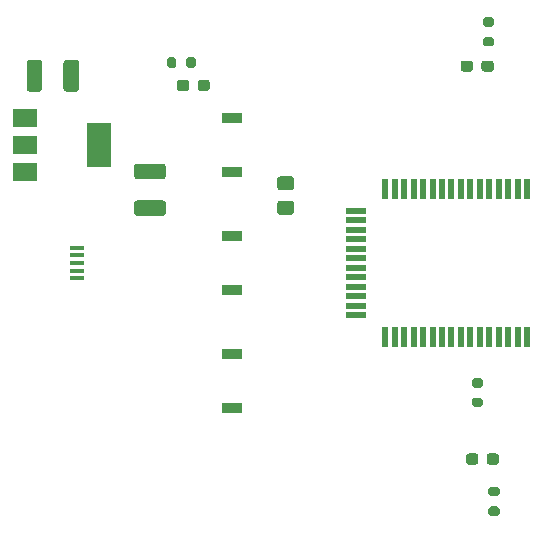
<source format=gbr>
%TF.GenerationSoftware,KiCad,Pcbnew,(5.1.12-1-10_14)*%
%TF.CreationDate,2022-01-30T11:35:25+08:00*%
%TF.ProjectId,bl600-sa-devboard,626c3630-302d-4736-912d-646576626f61,rev?*%
%TF.SameCoordinates,Original*%
%TF.FileFunction,Paste,Top*%
%TF.FilePolarity,Positive*%
%FSLAX46Y46*%
G04 Gerber Fmt 4.6, Leading zero omitted, Abs format (unit mm)*
G04 Created by KiCad (PCBNEW (5.1.12-1-10_14)) date 2022-01-30 11:35:25*
%MOMM*%
%LPD*%
G01*
G04 APERTURE LIST*
%ADD10R,1.700000X0.500000*%
%ADD11R,0.499872X1.700022*%
%ADD12R,1.699997X0.899998*%
%ADD13R,2.000000X1.500000*%
%ADD14R,2.000000X3.800000*%
%ADD15R,1.300000X0.450000*%
G04 APERTURE END LIST*
%TO.C,C3*%
G36*
G01*
X114170002Y-67900000D02*
X111969998Y-67900000D01*
G75*
G02*
X111720000Y-67650002I0J249998D01*
G01*
X111720000Y-66824998D01*
G75*
G02*
X111969998Y-66575000I249998J0D01*
G01*
X114170002Y-66575000D01*
G75*
G02*
X114420000Y-66824998I0J-249998D01*
G01*
X114420000Y-67650002D01*
G75*
G02*
X114170002Y-67900000I-249998J0D01*
G01*
G37*
G36*
G01*
X114170002Y-71025000D02*
X111969998Y-71025000D01*
G75*
G02*
X111720000Y-70775002I0J249998D01*
G01*
X111720000Y-69949998D01*
G75*
G02*
X111969998Y-69700000I249998J0D01*
G01*
X114170002Y-69700000D01*
G75*
G02*
X114420000Y-69949998I0J-249998D01*
G01*
X114420000Y-70775002D01*
G75*
G02*
X114170002Y-71025000I-249998J0D01*
G01*
G37*
%TD*%
%TO.C,C2*%
G36*
G01*
X103950000Y-58039998D02*
X103950000Y-60240002D01*
G75*
G02*
X103700002Y-60490000I-249998J0D01*
G01*
X102874998Y-60490000D01*
G75*
G02*
X102625000Y-60240002I0J249998D01*
G01*
X102625000Y-58039998D01*
G75*
G02*
X102874998Y-57790000I249998J0D01*
G01*
X103700002Y-57790000D01*
G75*
G02*
X103950000Y-58039998I0J-249998D01*
G01*
G37*
G36*
G01*
X107075000Y-58039998D02*
X107075000Y-60240002D01*
G75*
G02*
X106825002Y-60490000I-249998J0D01*
G01*
X105999998Y-60490000D01*
G75*
G02*
X105750000Y-60240002I0J249998D01*
G01*
X105750000Y-58039998D01*
G75*
G02*
X105999998Y-57790000I249998J0D01*
G01*
X106825002Y-57790000D01*
G75*
G02*
X107075000Y-58039998I0J-249998D01*
G01*
G37*
%TD*%
D10*
%TO.C,MOD1*%
X130500146Y-79400042D03*
X130500146Y-78599942D03*
X130500146Y-77800096D03*
X130500146Y-76999996D03*
X130500146Y-76199896D03*
X130500146Y-75400050D03*
X130500146Y-74599950D03*
X130500146Y-73800104D03*
X130500146Y-73000004D03*
X130500146Y-72199904D03*
X130500146Y-71400058D03*
D11*
X144999990Y-81249924D03*
X144199890Y-81249924D03*
X143400044Y-81249924D03*
X142599944Y-81249924D03*
X141800098Y-81249924D03*
X140999998Y-81249924D03*
X140199898Y-81249924D03*
X139400052Y-81249924D03*
X138599952Y-81249924D03*
X137800106Y-81249924D03*
X137000006Y-81249924D03*
X136199906Y-81249924D03*
X135400060Y-81249924D03*
X134599960Y-81249924D03*
X133800114Y-81249924D03*
X133000014Y-81249924D03*
X133000014Y-68750076D03*
X133800114Y-68750076D03*
X134599960Y-68750076D03*
X135400060Y-68750076D03*
X136199906Y-68750076D03*
X137000006Y-68750076D03*
X137800106Y-68750076D03*
X138599952Y-68750076D03*
X139400052Y-68750076D03*
X140199898Y-68750076D03*
X140999998Y-68750076D03*
X141800098Y-68750076D03*
X142599944Y-68750076D03*
X143400044Y-68750076D03*
X144199890Y-68750076D03*
D10*
X130500146Y-70599958D03*
D11*
X144999990Y-68750076D03*
%TD*%
%TO.C,C1*%
G36*
G01*
X124085000Y-69737500D02*
X125035000Y-69737500D01*
G75*
G02*
X125285000Y-69987500I0J-250000D01*
G01*
X125285000Y-70662500D01*
G75*
G02*
X125035000Y-70912500I-250000J0D01*
G01*
X124085000Y-70912500D01*
G75*
G02*
X123835000Y-70662500I0J250000D01*
G01*
X123835000Y-69987500D01*
G75*
G02*
X124085000Y-69737500I250000J0D01*
G01*
G37*
G36*
G01*
X124085000Y-67662500D02*
X125035000Y-67662500D01*
G75*
G02*
X125285000Y-67912500I0J-250000D01*
G01*
X125285000Y-68587500D01*
G75*
G02*
X125035000Y-68837500I-250000J0D01*
G01*
X124085000Y-68837500D01*
G75*
G02*
X123835000Y-68587500I0J250000D01*
G01*
X123835000Y-67912500D01*
G75*
G02*
X124085000Y-67662500I250000J0D01*
G01*
G37*
%TD*%
D12*
%TO.C,SW3*%
X120000000Y-62700030D03*
X120000000Y-67299970D03*
%TD*%
%TO.C,SW2*%
X120000000Y-87299970D03*
X120000000Y-82700030D03*
%TD*%
%TO.C,SW1*%
X120000000Y-77299970D03*
X120000000Y-72700030D03*
%TD*%
%TO.C,R4*%
G36*
G01*
X142015000Y-55005000D02*
X141465000Y-55005000D01*
G75*
G02*
X141265000Y-54805000I0J200000D01*
G01*
X141265000Y-54405000D01*
G75*
G02*
X141465000Y-54205000I200000J0D01*
G01*
X142015000Y-54205000D01*
G75*
G02*
X142215000Y-54405000I0J-200000D01*
G01*
X142215000Y-54805000D01*
G75*
G02*
X142015000Y-55005000I-200000J0D01*
G01*
G37*
G36*
G01*
X142015000Y-56655000D02*
X141465000Y-56655000D01*
G75*
G02*
X141265000Y-56455000I0J200000D01*
G01*
X141265000Y-56055000D01*
G75*
G02*
X141465000Y-55855000I200000J0D01*
G01*
X142015000Y-55855000D01*
G75*
G02*
X142215000Y-56055000I0J-200000D01*
G01*
X142215000Y-56455000D01*
G75*
G02*
X142015000Y-56655000I-200000J0D01*
G01*
G37*
%TD*%
%TO.C,R3*%
G36*
G01*
X141925000Y-95615000D02*
X142475000Y-95615000D01*
G75*
G02*
X142675000Y-95815000I0J-200000D01*
G01*
X142675000Y-96215000D01*
G75*
G02*
X142475000Y-96415000I-200000J0D01*
G01*
X141925000Y-96415000D01*
G75*
G02*
X141725000Y-96215000I0J200000D01*
G01*
X141725000Y-95815000D01*
G75*
G02*
X141925000Y-95615000I200000J0D01*
G01*
G37*
G36*
G01*
X141925000Y-93965000D02*
X142475000Y-93965000D01*
G75*
G02*
X142675000Y-94165000I0J-200000D01*
G01*
X142675000Y-94565000D01*
G75*
G02*
X142475000Y-94765000I-200000J0D01*
G01*
X141925000Y-94765000D01*
G75*
G02*
X141725000Y-94565000I0J200000D01*
G01*
X141725000Y-94165000D01*
G75*
G02*
X141925000Y-93965000I200000J0D01*
G01*
G37*
%TD*%
%TO.C,R2*%
G36*
G01*
X115305000Y-57755000D02*
X115305000Y-58305000D01*
G75*
G02*
X115105000Y-58505000I-200000J0D01*
G01*
X114705000Y-58505000D01*
G75*
G02*
X114505000Y-58305000I0J200000D01*
G01*
X114505000Y-57755000D01*
G75*
G02*
X114705000Y-57555000I200000J0D01*
G01*
X115105000Y-57555000D01*
G75*
G02*
X115305000Y-57755000I0J-200000D01*
G01*
G37*
G36*
G01*
X116955000Y-57755000D02*
X116955000Y-58305000D01*
G75*
G02*
X116755000Y-58505000I-200000J0D01*
G01*
X116355000Y-58505000D01*
G75*
G02*
X116155000Y-58305000I0J200000D01*
G01*
X116155000Y-57755000D01*
G75*
G02*
X116355000Y-57555000I200000J0D01*
G01*
X116755000Y-57555000D01*
G75*
G02*
X116955000Y-57755000I0J-200000D01*
G01*
G37*
%TD*%
%TO.C,D3*%
G36*
G01*
X140430000Y-58092500D02*
X140430000Y-58567500D01*
G75*
G02*
X140192500Y-58805000I-237500J0D01*
G01*
X139617500Y-58805000D01*
G75*
G02*
X139380000Y-58567500I0J237500D01*
G01*
X139380000Y-58092500D01*
G75*
G02*
X139617500Y-57855000I237500J0D01*
G01*
X140192500Y-57855000D01*
G75*
G02*
X140430000Y-58092500I0J-237500D01*
G01*
G37*
G36*
G01*
X142180000Y-58092500D02*
X142180000Y-58567500D01*
G75*
G02*
X141942500Y-58805000I-237500J0D01*
G01*
X141367500Y-58805000D01*
G75*
G02*
X141130000Y-58567500I0J237500D01*
G01*
X141130000Y-58092500D01*
G75*
G02*
X141367500Y-57855000I237500J0D01*
G01*
X141942500Y-57855000D01*
G75*
G02*
X142180000Y-58092500I0J-237500D01*
G01*
G37*
%TD*%
%TO.C,D2*%
G36*
G01*
X140880000Y-91362500D02*
X140880000Y-91837500D01*
G75*
G02*
X140642500Y-92075000I-237500J0D01*
G01*
X140067500Y-92075000D01*
G75*
G02*
X139830000Y-91837500I0J237500D01*
G01*
X139830000Y-91362500D01*
G75*
G02*
X140067500Y-91125000I237500J0D01*
G01*
X140642500Y-91125000D01*
G75*
G02*
X140880000Y-91362500I0J-237500D01*
G01*
G37*
G36*
G01*
X142630000Y-91362500D02*
X142630000Y-91837500D01*
G75*
G02*
X142392500Y-92075000I-237500J0D01*
G01*
X141817500Y-92075000D01*
G75*
G02*
X141580000Y-91837500I0J237500D01*
G01*
X141580000Y-91362500D01*
G75*
G02*
X141817500Y-91125000I237500J0D01*
G01*
X142392500Y-91125000D01*
G75*
G02*
X142630000Y-91362500I0J-237500D01*
G01*
G37*
%TD*%
%TO.C,D1*%
G36*
G01*
X116400000Y-59722500D02*
X116400000Y-60197500D01*
G75*
G02*
X116162500Y-60435000I-237500J0D01*
G01*
X115587500Y-60435000D01*
G75*
G02*
X115350000Y-60197500I0J237500D01*
G01*
X115350000Y-59722500D01*
G75*
G02*
X115587500Y-59485000I237500J0D01*
G01*
X116162500Y-59485000D01*
G75*
G02*
X116400000Y-59722500I0J-237500D01*
G01*
G37*
G36*
G01*
X118150000Y-59722500D02*
X118150000Y-60197500D01*
G75*
G02*
X117912500Y-60435000I-237500J0D01*
G01*
X117337500Y-60435000D01*
G75*
G02*
X117100000Y-60197500I0J237500D01*
G01*
X117100000Y-59722500D01*
G75*
G02*
X117337500Y-59485000I237500J0D01*
G01*
X117912500Y-59485000D01*
G75*
G02*
X118150000Y-59722500I0J-237500D01*
G01*
G37*
%TD*%
D13*
%TO.C,U2*%
X102470000Y-62680000D03*
X102470000Y-67280000D03*
X102470000Y-64980000D03*
D14*
X108770000Y-64980000D03*
%TD*%
%TO.C,R1*%
G36*
G01*
X140515000Y-86395000D02*
X141065000Y-86395000D01*
G75*
G02*
X141265000Y-86595000I0J-200000D01*
G01*
X141265000Y-86995000D01*
G75*
G02*
X141065000Y-87195000I-200000J0D01*
G01*
X140515000Y-87195000D01*
G75*
G02*
X140315000Y-86995000I0J200000D01*
G01*
X140315000Y-86595000D01*
G75*
G02*
X140515000Y-86395000I200000J0D01*
G01*
G37*
G36*
G01*
X140515000Y-84745000D02*
X141065000Y-84745000D01*
G75*
G02*
X141265000Y-84945000I0J-200000D01*
G01*
X141265000Y-85345000D01*
G75*
G02*
X141065000Y-85545000I-200000J0D01*
G01*
X140515000Y-85545000D01*
G75*
G02*
X140315000Y-85345000I0J200000D01*
G01*
X140315000Y-84945000D01*
G75*
G02*
X140515000Y-84745000I200000J0D01*
G01*
G37*
%TD*%
D15*
%TO.C,J1*%
X106900000Y-76300000D03*
X106900000Y-75650000D03*
X106900000Y-75000000D03*
X106900000Y-74350000D03*
X106900000Y-73700000D03*
%TD*%
M02*

</source>
